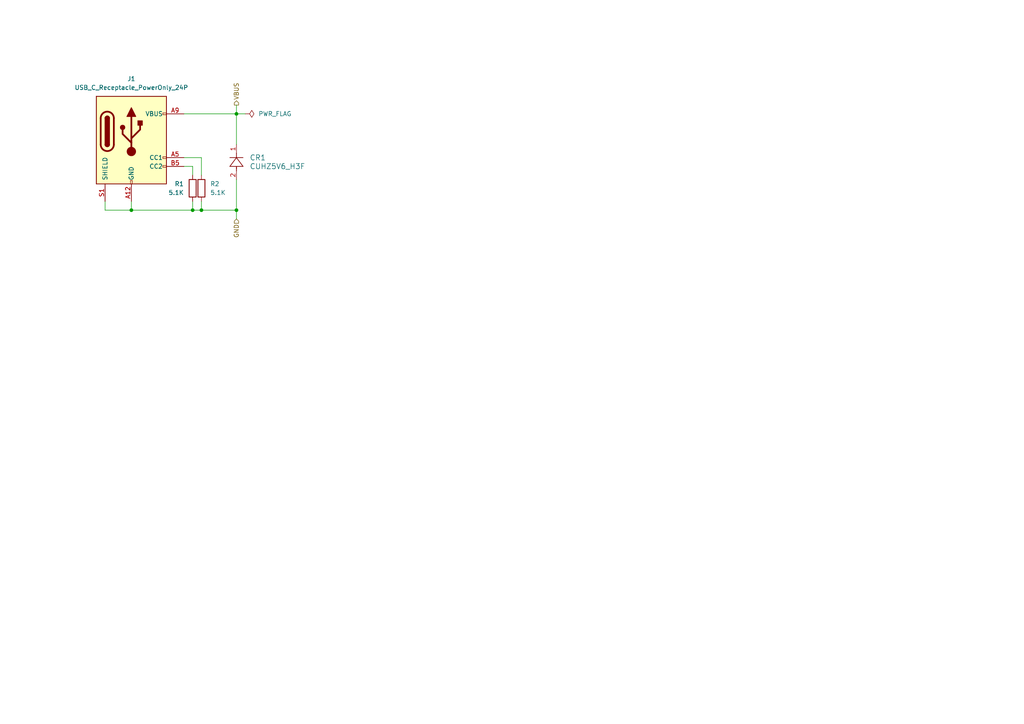
<source format=kicad_sch>
(kicad_sch (version 20250114) (generator "eeschema") (generator_version "9.0")
  (paper "A4")
  (lib_symbols
    (symbol "CUHZ5V6_H3F:CUHZ5V6_H3F" (pin_names (offset 0.254))
      (property "Reference" "CR" (at 5.08 4.445 0))
      (property "Value" "CUHZ5V6_H3F" (at 5.08 -3.81 0))
      (symbol "CUHZ5V6_H3F_1_1"
        (polyline (pts (xy 2.54 0) (xy 3.4798 0)) (stroke (width 0.2032)))
        (polyline (pts (xy 3.175 0) (xy 3.81 0)) (stroke (width 0.2032)))
        (polyline (pts (xy 3.81 1.905) (xy 3.81 -1.905)) (stroke (width 0.2032)))
        (polyline (pts (xy 3.81 -1.905) (xy 6.35 0)) (stroke (width 0.2032)))
        (polyline (pts (xy 6.35 0) (xy 3.81 1.905)) (stroke (width 0.2032)))
        (polyline (pts (xy 6.35 0) (xy 7.62 0)) (stroke (width 0.2032)))
        (polyline (pts (xy 6.35 -1.905) (xy 6.35 1.905)) (stroke (width 0.2032)))
        (pin unspecified line (at 0 0 0) (length 2.54) (name "") (number "2"))
        (pin unspecified line (at 10.16 0 180) (length 2.54) (name "") (number "1"))
      )
      (symbol "CUHZ5V6_H3F_1_2"
        (polyline (pts (xy -1.905 3.81) (xy 1.905 3.81)) (stroke (width 0.2032)))
        (polyline (pts (xy 0 6.35) (xy -1.905 3.81)) (stroke (width 0.2032)))
        (polyline (pts (xy 0 6.35) (xy 0 7.62)) (stroke (width 0.2032)))
        (polyline (pts (xy 0 3.175) (xy 0 3.81)) (stroke (width 0.2032)))
        (polyline (pts (xy 0 2.54) (xy 0 3.4798)) (stroke (width 0.2032)))
        (polyline (pts (xy 1.905 6.35) (xy -1.905 6.35)) (stroke (width 0.2032)))
        (polyline (pts (xy 1.905 3.81) (xy 0 6.35)) (stroke (width 0.2032)))
        (pin unspecified line (at 0 10.16 270) (length 2.54) (name "") (number "1"))
        (pin unspecified line (at 0 0 90) (length 2.54) (name "") (number "2"))
      )
    )
    (symbol "Connector:USB_C_Receptacle_PowerOnly_24P" (pin_names (offset 1.016))
      (property "Reference" "J" (at 0 16.51 0))
      (property "Value" "USB_C_Receptacle_PowerOnly_24P" (at 0 13.97 0))
      (symbol "USB_C_Receptacle_PowerOnly_24P_0_0"
        (rectangle (start -0.254 -12.7) (end 0.254 -11.684))
        (rectangle (start 10.16 7.874) (end 9.144 7.366))
        (rectangle (start 10.16 -4.826) (end 9.144 -5.334))
        (rectangle (start 10.16 -7.366) (end 9.144 -7.874))
      )
      (symbol "USB_C_Receptacle_PowerOnly_24P_0_1"
        (rectangle (start -10.16 12.7) (end 10.16 -12.7) (stroke (width 0.254)) (fill (type background)))
        (polyline (pts (xy -8.89 -1.27) (xy -8.89 6.35)) (stroke (width 0.508)))
        (rectangle (start -7.62 -1.27) (end -6.35 6.35) (stroke (width 0.254)) (fill (type outline)))
        (arc (start -7.62 6.35) (mid -6.985 6.9823) (end -6.35 6.35) (stroke (width 0.254)))
        (arc (start -7.62 6.35) (mid -6.985 6.9823) (end -6.35 6.35) (stroke (width 0.254)) (fill (type outline)))
        (arc (start -8.89 6.35) (mid -6.985 8.2467) (end -5.08 6.35) (stroke (width 0.508)))
        (arc (start -5.08 -1.27) (mid -6.985 -3.1667) (end -8.89 -1.27) (stroke (width 0.508)))
        (arc (start -6.35 -1.27) (mid -6.985 -1.9023) (end -7.62 -1.27) (stroke (width 0.254)))
        (arc (start -6.35 -1.27) (mid -6.985 -1.9023) (end -7.62 -1.27) (stroke (width 0.254)) (fill (type outline)))
        (polyline (pts (xy -5.08 6.35) (xy -5.08 -1.27)) (stroke (width 0.508)))
        (circle (center -2.54 3.683) (radius 0.635) (stroke (width 0.254)) (fill (type outline)))
        (polyline (pts (xy -1.27 6.858) (xy 0 9.398) (xy 1.27 6.858) (xy -1.27 6.858)) (stroke (width 0.254)) (fill (type outline)))
        (polyline (pts (xy 0 0.508) (xy 2.54 3.048) (xy 2.54 4.318)) (stroke (width 0.508)))
        (polyline (pts (xy 0 -0.762) (xy -2.54 1.778) (xy -2.54 3.048)) (stroke (width 0.508)))
        (polyline (pts (xy 0 -3.302) (xy 0 6.858)) (stroke (width 0.508)))
        (circle (center 0 -3.302) (radius 1.27) (fill (type outline)))
        (rectangle (start 1.905 4.318) (end 3.175 5.588) (stroke (width 0.254)) (fill (type outline)))
      )
      (symbol "USB_C_Receptacle_PowerOnly_24P_1_1"
        (pin passive line (at -7.62 -17.78 90) (length 5.08) (name "SHIELD") (number "S1"))
        (pin passive line (at 0 -17.78 90) (length 5.08) (hide yes) (name "GND") (number "A1"))
        (pin power_in line (at 0 -17.78 90) (length 5.08) (name "GND") (number "A12"))
        (pin passive line (at 0 -17.78 90) (length 5.08) (hide yes) (name "GND") (number "B1"))
        (pin passive line (at 0 -17.78 90) (length 5.08) (hide yes) (name "GND") (number "B12"))
        (pin passive line (at 15.24 7.62 180) (length 5.08) (hide yes) (name "VBUS") (number "A4"))
        (pin power_in line (at 15.24 7.62 180) (length 5.08) (name "VBUS") (number "A9"))
        (pin passive line (at 15.24 7.62 180) (length 5.08) (hide yes) (name "VBUS") (number "B4"))
        (pin passive line (at 15.24 7.62 180) (length 5.08) (hide yes) (name "VBUS") (number "B9"))
        (pin bidirectional line (at 15.24 -5.08 180) (length 5.08) (name "CC1") (number "A5"))
        (pin bidirectional line (at 15.24 -7.62 180) (length 5.08) (name "CC2") (number "B5"))
      )
    )
    (symbol "Device:R" (pin_numbers (hide yes)) (pin_names (offset 0))
      (property "Reference" "R" (at 2.032 0 90))
      (property "Value" "R" (at 0 0 90))
      (symbol "R_0_1"
        (rectangle (start -1.016 -2.54) (end 1.016 2.54) (stroke (width 0.254)))
      )
      (symbol "R_1_1"
        (pin passive line (at 0 3.81 270) (length 1.27) (name "~") (number "1"))
        (pin passive line (at 0 -3.81 90) (length 1.27) (name "~") (number "2"))
      )
    )
    (symbol "power:PWR_FLAG" (power) (pin_numbers (hide yes)) (pin_names (offset 0) (hide yes))
      (property "Value" "PWR_FLAG" (at 0 3.81 0))
      (symbol "PWR_FLAG_0_0"
        (pin power_out line (at 0 0 90) (length 0) (name "~") (number "1"))
      )
      (symbol "PWR_FLAG_0_1"
        (polyline (pts (xy 0 0) (xy 0 1.27) (xy -1.016 1.905) (xy 0 2.54) (xy 1.016 1.905) (xy 0 1.27)))
      )
    )
  )
  (junction (at 68.58 33.02))
  (junction (at 68.58 60.96))
  (junction (at 58.42 60.96))
  (junction (at 38.1 60.96))
  (junction (at 55.88 60.96))
  (wire (pts (xy 55.88 48.26) (xy 55.88 50.8)))
  (wire (pts (xy 53.34 48.26) (xy 55.88 48.26)))
  (wire (pts (xy 38.1 60.96) (xy 55.88 60.96)))
  (wire (pts (xy 58.42 45.72) (xy 58.42 50.8)))
  (wire (pts (xy 68.58 60.96) (xy 68.58 63.5)))
  (wire (pts (xy 38.1 58.42) (xy 38.1 60.96)))
  (wire (pts (xy 68.58 30.48) (xy 68.58 33.02)))
  (wire (pts (xy 68.58 33.02) (xy 53.34 33.02)))
  (wire (pts (xy 30.48 58.42) (xy 30.48 60.96)))
  (wire (pts (xy 55.88 60.96) (xy 55.88 58.42)))
  (wire (pts (xy 55.88 60.96) (xy 58.42 60.96)))
  (wire (pts (xy 68.58 33.02) (xy 71.12 33.02)))
  (wire (pts (xy 58.42 60.96) (xy 68.58 60.96)))
  (wire (pts (xy 68.58 60.96) (xy 68.58 52.07)))
  (wire (pts (xy 68.58 41.91) (xy 68.58 33.02)))
  (wire (pts (xy 30.48 60.96) (xy 38.1 60.96)))
  (wire (pts (xy 58.42 60.96) (xy 58.42 58.42)))
  (wire (pts (xy 53.34 45.72) (xy 58.42 45.72)))
  (hierarchical_label "VBUS" (shape output) (at 68.58 30.48 90))
  (hierarchical_label "GND" (shape input) (at 68.58 63.5 270))
  (symbol (lib_id "Device:R") (at 55.88 54.61 0) (mirror y) (unit 1)
    (property "Reference" "R1" (at 53.34 53.3399 0) (effects (justify left)))
    (property "Value" "5.1K" (at 53.34 55.8799 0) (effects (justify left)))
    (property "Description" "Resistor" (effects (hide yes)))
  )
  (symbol (lib_id "Connector:USB_C_Receptacle_PowerOnly_24P") (at 38.1 40.64 0) (unit 1)
    (property "Reference" "J1" (at 38.1 22.86 0))
    (property "Value" "USB_C_Receptacle_PowerOnly_24P" (at 38.1 25.4 0))
    (property "Footprint" "USB4125_GF_A:CONN6_USB4125_GCT" (effects (hide yes)))
    (property "Datasheet" "https://www.usb.org/sites/default/files/documents/usb_type-c.zip" (effects (hide yes)))
    (property "Description" "USB Power-Only 24P Type-C Receptacle connector" (effects (hide yes)))
  )
  (symbol (lib_id "power:PWR_FLAG") (at 71.12 33.02 270) (unit 1)
    (property "Reference" "#FLG03" (effects (hide yes)))
    (property "Value" "PWR_FLAG" (at 74.93 33.0199 90) (effects (justify left)))
    (property "Description" "Special symbol for telling ERC where power comes from" (effects (hide yes)))
  )
  (symbol (lib_id "CUHZ5V6_H3F:CUHZ5V6_H3F") (at 68.58 52.07 90) (unit 1)
    (property "Reference" "CR1" (at 72.39 45.7199 90) (effects (font (size 1.524 1.524)) (justify right)))
    (property "Value" "CUHZ5V6_H3F" (at 72.39 48.2599 90) (effects (font (size 1.524 1.524)) (justify right)))
    (property "Footprint" "CUHZ5V6_H3F:SOD-323HEUS2H_TOS" (effects (hide yes)))
    (property "Datasheet" "https://toshiba.semicon-storage.com/info/docget.jsp?did=141580&prodName=CUHZ5V6" (effects (hide yes)))
  )
  (symbol (lib_id "Device:R") (at 58.42 54.61 0) (unit 1)
    (property "Reference" "R2" (at 60.96 53.3399 0) (effects (justify left)))
    (property "Value" "5.1K" (at 60.96 55.8799 0) (effects (justify left)))
    (property "Description" "Resistor" (effects (hide yes)))
  )
)
</source>
